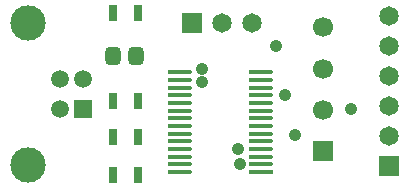
<source format=gts>
%FSLAX33Y33*%
%MOMM*%
%AMRect-W1650000-H1650000-RO1.500*
21,1,1.65,1.65,0.,0.,90*%
%AMRect-W1650000-H1650000-RO1.000*
21,1,1.65,1.65,0.,0.,180*%
%AMRR-H1470000-W1285000-R300000-RO0.000*
21,1,0.685,1.47,0.,0.,360*
21,1,1.285,0.87,0.,0.,360*
1,1,0.6,-0.3425,0.435*
1,1,0.6,0.3425,0.435*
1,1,0.6,0.3425,-0.435*
1,1,0.6,-0.3425,-0.435*%
%AMRect-W1500000-H1500000-RO0.500*
21,1,1.5,1.5,0.,0.,270*%
%AMRect-W670710-H1320710-RO1.000*
21,1,0.67071,1.32071,0.,0.,180*%
%AMRect-W1700000-H1700000-RO1.000*
21,1,1.7,1.7,0.,0.,180*%
%AMRect-W2052833-H422672-RO1.000*
21,1,2.052833,0.422672,0.,0.,180*%
%AMRR-H422672-W2052833-R211336-RO1.000*
21,1,1.630161,0.422672,0.,0.,180*
1,1,0.422672,0.8150805,-0.*
1,1,0.422672,-0.8150805,-0.*
1,1,0.422672,-0.8150805,0.*
1,1,0.422672,0.8150805,0.*%
%ADD10C,1.0668*%
%ADD11C,1.65*%
%ADD12Rect-W1650000-H1650000-RO1.500*%
%ADD13C,1.65*%
%ADD14Rect-W1650000-H1650000-RO1.000*%
%ADD15RR-H1470000-W1285000-R300000-RO0.000*%
%ADD16C,1.5*%
%ADD17C,3.*%
%ADD18Rect-W1500000-H1500000-RO0.500*%
%ADD19Rect-W670710-H1320710-RO1.000*%
%ADD20R,0.67071X1.32071*%
%ADD21C,1.7*%
%ADD22Rect-W1700000-H1700000-RO1.000*%
%ADD23Rect-W2052833-H422672-RO1.000*%
%ADD24RR-H422672-W2052833-R211336-RO1.000*%
D10*
%LNtop solder mask_traces*%
G01*
X22993Y14110D03*
X16726Y12225D03*
X19975Y4125D03*
X24650Y6600D03*
X16726Y11100D03*
X23775Y9975D03*
X29375Y8850D03*
X19800Y5425D03*
%LNtop solder mask component d42eb884927d70f7*%
D11*
X18441Y16122D03*
X20981Y16122D03*
D12*
X15901Y16122D03*
%LNtop solder mask component 88a1b529ef9425af*%
D13*
X32600Y6490D03*
X32600Y9030D03*
X32600Y11570D03*
X32600Y14110D03*
X32600Y16650D03*
D14*
X32600Y3950D03*
%LNtop solder mask component da4715df17963b43*%
D15*
X9243Y13282D03*
X11188Y13282D03*
%LNtop solder mask component be73e84ce829f6fc*%
D16*
X4700Y8850D03*
X4700Y11350D03*
X6700Y11350D03*
D17*
X1990Y16120D03*
X1990Y4080D03*
D18*
X6700Y8850D03*
%LNtop solder mask component c67acca82e982272*%
D19*
X11315Y9510D03*
X9215Y9510D03*
%LNtop solder mask component 37d77bcb1c3adade*%
D20*
X9215Y3225D03*
X11315Y3225D03*
%LNtop solder mask component a382895390425a59*%
D19*
X11315Y6475D03*
X9215Y6475D03*
%LNtop solder mask component a2960183214ca6c9*%
D21*
X27025Y8735D03*
X27025Y12235D03*
X27025Y15735D03*
D22*
X27025Y5235D03*
%LNtop solder mask component 16f672dc61fb389c*%
D23*
X21725Y3475D03*
D24*
X21725Y4125D03*
X21725Y4775D03*
X21725Y5425D03*
X21725Y6075D03*
X21725Y6725D03*
X21725Y7375D03*
X21725Y8025D03*
X21725Y8675D03*
X21725Y9325D03*
X21725Y9975D03*
X21725Y10625D03*
X21725Y11275D03*
X21725Y11925D03*
X14875Y11925D03*
X14875Y11275D03*
X14875Y10625D03*
X14875Y9975D03*
X14875Y9325D03*
X14875Y8675D03*
X14875Y8025D03*
X14875Y7375D03*
X14875Y6725D03*
X14875Y6075D03*
X14875Y5425D03*
X14875Y4775D03*
X14875Y4125D03*
X14875Y3475D03*
%LNtop solder mask component 28ac0c2b65682105*%
D19*
X11343Y16950D03*
X9243Y16950D03*
M02*
</source>
